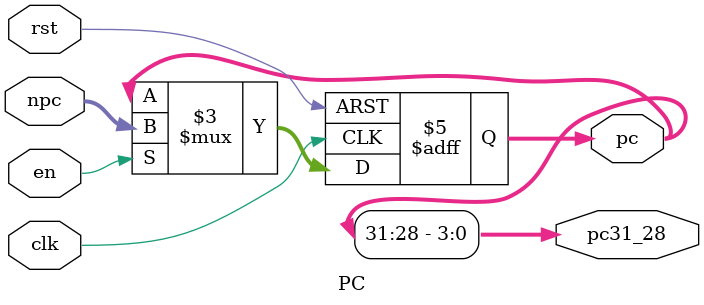
<source format=v>
`timescale 1ns / 1ps


module PC(
    input               clk,
    input               rst,
    input               en,
    input       [31:0]  npc,

    output  reg [31:0]  pc,
    output  [3:0]       pc31_28
    );
    assign pc31_28 = pc[31:28]; 
initial pc = 32'h0040_0000;
always@(negedge clk,posedge rst)
begin
    if(rst)
        pc <= 32'h0040_0000;
    else if(en) begin
        pc <= npc;
    end
    
end
endmodule

</source>
